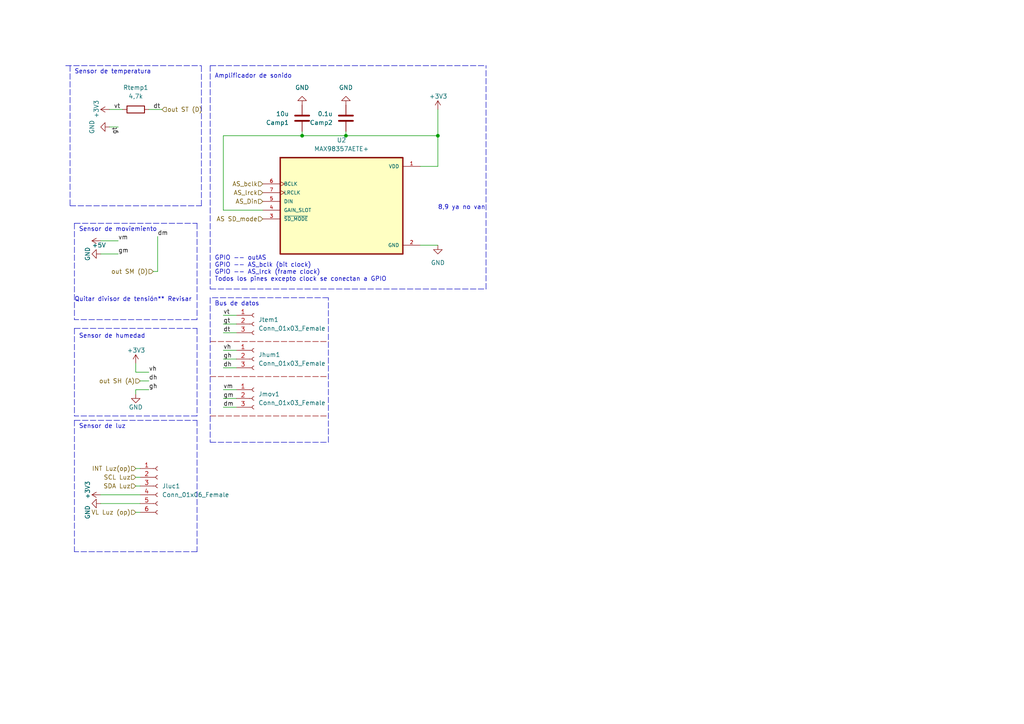
<source format=kicad_sch>
(kicad_sch (version 20211123) (generator eeschema)
  (paper "A4")
  (lib_symbols
    (symbol "Connector:Conn_01x03_Female" (pin_names (offset 1.016) hide)
      (property "Reference" "J" (at 0 5.08 0))
      (property "Value" "Conn_01x03_Female" (at 0 -5.08 0))
      (symbol "Conn_01x03_Female_1_1"
        (arc (start 0 -2.032) (mid -0.508 -2.54) (end 0 -3.048) (stroke (width 0.1524)))
        (polyline (pts (xy -1.27 -2.54) (xy -0.508 -2.54)) (stroke (width 0.1524)))
        (polyline (pts (xy -1.27 0) (xy -0.508 0)) (stroke (width 0.1524)))
        (polyline (pts (xy -1.27 2.54) (xy -0.508 2.54)) (stroke (width 0.1524)))
        (arc (start 0 0.508) (mid -0.508 0) (end 0 -0.508) (stroke (width 0.1524)))
        (arc (start 0 3.048) (mid -0.508 2.54) (end 0 2.032) (stroke (width 0.1524)))
        (pin passive line (at -5.08 2.54 0) (length 3.81) (name "Pin_1") (number "1"))
        (pin passive line (at -5.08 0 0) (length 3.81) (name "Pin_2") (number "2"))
        (pin passive line (at -5.08 -2.54 0) (length 3.81) (name "Pin_3") (number "3"))
      )
    )
    (symbol "Connector:Conn_01x06_Female" (pin_names (offset 1.016) hide)
      (property "Reference" "J" (at 0 7.62 0))
      (property "Value" "Conn_01x06_Female" (at 0 -10.16 0))
      (symbol "Conn_01x06_Female_1_1"
        (arc (start 0 -7.112) (mid -0.508 -7.62) (end 0 -8.128) (stroke (width 0.1524)))
        (arc (start 0 -4.572) (mid -0.508 -5.08) (end 0 -5.588) (stroke (width 0.1524)))
        (arc (start 0 -2.032) (mid -0.508 -2.54) (end 0 -3.048) (stroke (width 0.1524)))
        (polyline (pts (xy -1.27 -7.62) (xy -0.508 -7.62)) (stroke (width 0.1524)))
        (polyline (pts (xy -1.27 -5.08) (xy -0.508 -5.08)) (stroke (width 0.1524)))
        (polyline (pts (xy -1.27 -2.54) (xy -0.508 -2.54)) (stroke (width 0.1524)))
        (polyline (pts (xy -1.27 0) (xy -0.508 0)) (stroke (width 0.1524)))
        (polyline (pts (xy -1.27 2.54) (xy -0.508 2.54)) (stroke (width 0.1524)))
        (polyline (pts (xy -1.27 5.08) (xy -0.508 5.08)) (stroke (width 0.1524)))
        (arc (start 0 0.508) (mid -0.508 0) (end 0 -0.508) (stroke (width 0.1524)))
        (arc (start 0 3.048) (mid -0.508 2.54) (end 0 2.032) (stroke (width 0.1524)))
        (arc (start 0 5.588) (mid -0.508 5.08) (end 0 4.572) (stroke (width 0.1524)))
        (pin passive line (at -5.08 5.08 0) (length 3.81) (name "Pin_1") (number "1"))
        (pin passive line (at -5.08 2.54 0) (length 3.81) (name "Pin_2") (number "2"))
        (pin passive line (at -5.08 0 0) (length 3.81) (name "Pin_3") (number "3"))
        (pin passive line (at -5.08 -2.54 0) (length 3.81) (name "Pin_4") (number "4"))
        (pin passive line (at -5.08 -5.08 0) (length 3.81) (name "Pin_5") (number "5"))
        (pin passive line (at -5.08 -7.62 0) (length 3.81) (name "Pin_6") (number "6"))
      )
    )
    (symbol "Device:C" (pin_numbers hide) (pin_names (offset 0.254))
      (property "Reference" "C" (at 0.635 2.54 0))
      (property "Value" "C" (at 0.635 -2.54 0))
      (symbol "C_0_1"
        (polyline (pts (xy -2.032 -0.762) (xy 2.032 -0.762)) (stroke (width 0.508)))
        (polyline (pts (xy -2.032 0.762) (xy 2.032 0.762)) (stroke (width 0.508)))
      )
      (symbol "C_1_1"
        (pin passive line (at 0 3.81 270) (length 2.794) (name "~") (number "1"))
        (pin passive line (at 0 -3.81 90) (length 2.794) (name "~") (number "2"))
      )
    )
    (symbol "Device:R" (pin_numbers hide) (pin_names (offset 0))
      (property "Reference" "R" (at 2.032 0 90))
      (property "Value" "R" (at 0 0 90))
      (symbol "R_0_1"
        (rectangle (start -1.016 -2.54) (end 1.016 2.54) (stroke (width 0.254)))
      )
      (symbol "R_1_1"
        (pin passive line (at 0 3.81 270) (length 1.27) (name "~") (number "1"))
        (pin passive line (at 0 -3.81 90) (length 1.27) (name "~") (number "2"))
      )
    )
    (symbol "MAX98357AETE_:MAX98357AETE+" (pin_names (offset 1.016))
      (property "Reference" "U2" (at 0 17.78 0))
      (property "Value" "MAX98357AETE+" (at 0 15.24 0))
      (symbol "MAX98357AETE+_0_0"
        (rectangle (start -17.78 -15.24) (end 17.78 12.7) (stroke (width 0.4064)) (fill (type background)))
        (pin power_in line (at 22.86 10.16 180) (length 5.08) (name "VDD") (number "1"))
        (pin power_in line (at 22.86 -12.7 180) (length 5.08) (name "GND") (number "2"))
        (pin input line (at -22.86 -5.08 0) (length 5.08) (name "~{SD_MODE}") (number "3"))
        (pin input line (at -22.86 -2.54 0) (length 5.08) (name "GAIN_SLOT") (number "4"))
        (pin input line (at -22.86 0 0) (length 5.08) (name "DIN") (number "5"))
        (pin input clock (at -22.86 5.08 0) (length 5.08) (name "BCLK") (number "6"))
        (pin input clock (at -22.86 2.54 0) (length 5.08) (name "LRCLK") (number "7"))
      )
    )
    (symbol "power:+3.3V" (power) (pin_names (offset 0))
      (property "Value" "+3.3V" (at 0 3.556 0))
      (symbol "+3.3V_0_1"
        (polyline (pts (xy -0.762 1.27) (xy 0 2.54)))
        (polyline (pts (xy 0 0) (xy 0 2.54)))
        (polyline (pts (xy 0 2.54) (xy 0.762 1.27)))
      )
      (symbol "+3.3V_1_1"
        (pin power_in line (at 0 0 90) (length 0) hide (name "+3V3") (number "1"))
      )
    )
    (symbol "power:+5V" (power) (pin_names (offset 0))
      (property "Value" "+5V" (at 0 3.556 0))
      (symbol "+5V_0_1"
        (polyline (pts (xy -0.762 1.27) (xy 0 2.54)))
        (polyline (pts (xy 0 0) (xy 0 2.54)))
        (polyline (pts (xy 0 2.54) (xy 0.762 1.27)))
      )
      (symbol "+5V_1_1"
        (pin power_in line (at 0 0 90) (length 0) hide (name "+5V") (number "1"))
      )
    )
    (symbol "power:GND" (power) (pin_names (offset 0))
      (property "Value" "GND" (at 0 -3.81 0))
      (symbol "GND_0_1"
        (polyline (pts (xy 0 0) (xy 0 -1.27) (xy 1.27 -1.27) (xy 0 -2.54) (xy -1.27 -1.27) (xy 0 -1.27)))
      )
      (symbol "GND_1_1"
        (pin power_in line (at 0 0 270) (length 0) hide (name "GND") (number "1"))
      )
    )
  )
  (junction (at 100.33 39.37))
  (junction (at 87.63 39.37))
  (junction (at 127 39.37))
  (wire (pts (xy 31.75 31.75) (xy 35.56 31.75)))
  (wire (pts (xy 34.29 36.83) (xy 31.75 36.83)))
  (polyline (pts (xy 57.15 121.92) (xy 57.15 160.02)))
  (wire (pts (xy 29.21 73.66) (xy 34.29 73.66)))
  (polyline (pts (xy 58.42 59.69) (xy 58.42 19.05)))
  (wire (pts (xy 127 31.75) (xy 127 39.37)))
  (polyline (pts (xy 21.59 121.92) (xy 21.59 160.02)))
  (polyline (pts (xy 21.59 121.92) (xy 57.15 121.92)))
  (polyline (pts (xy 60.96 19.05) (xy 140.97 19.05)))
  (wire (pts (xy 127 48.26) (xy 127 39.37)))
  (wire (pts (xy 64.77 96.52) (xy 68.58 96.52)))
  (wire (pts (xy 87.63 38.1) (xy 87.63 39.37)))
  (wire (pts (xy 121.92 48.26) (xy 127 48.26)))
  (wire (pts (xy 64.77 93.98) (xy 68.58 93.98)))
  (wire (pts (xy 64.77 91.44) (xy 68.58 91.44)))
  (polyline (pts (xy 60.96 19.05) (xy 60.96 83.82)))
  (wire (pts (xy 39.37 135.89) (xy 40.64 135.89)))
  (wire (pts (xy 127 71.12) (xy 121.92 71.12)))
  (polyline (pts (xy 95.25 128.27) (xy 95.25 86.36)))
  (wire (pts (xy 64.77 101.6) (xy 68.58 101.6)))
  (polyline (pts (xy 140.97 83.82) (xy 140.97 19.05)))
  (polyline (pts (xy 60.96 109.22) (xy 95.25 109.22)) (stroke (width 0) (color 145 0 0 1)))
  (wire (pts (xy 29.21 69.85) (xy 34.29 69.85)))
  (polyline (pts (xy 21.59 95.25) (xy 57.15 95.25)))
  (polyline (pts (xy 20.32 19.05) (xy 20.32 59.69)))
  (polyline (pts (xy 21.59 95.25) (xy 21.59 120.65)))
  (polyline (pts (xy 57.15 92.71) (xy 21.59 92.71)))
  (wire (pts (xy 39.37 113.03) (xy 39.37 114.3)))
  (polyline (pts (xy 60.96 86.36) (xy 60.96 128.27)))
  (wire (pts (xy 29.21 143.51) (xy 40.64 143.51)))
  (polyline (pts (xy 20.32 59.69) (xy 58.42 59.69)))
  (wire (pts (xy 64.77 39.37) (xy 87.63 39.37)))
  (polyline (pts (xy 60.96 99.06) (xy 95.25 99.06)) (stroke (width 0) (color 145 0 0 1)))
  (wire (pts (xy 44.45 78.74) (xy 45.72 78.74)))
  (polyline (pts (xy 57.15 64.77) (xy 57.15 92.71)))
  (polyline (pts (xy 57.15 95.25) (xy 57.15 120.65)))
  (wire (pts (xy 43.18 31.75) (xy 46.99 31.75)))
  (wire (pts (xy 87.63 39.37) (xy 100.33 39.37)))
  (wire (pts (xy 64.77 113.03) (xy 68.58 113.03)))
  (polyline (pts (xy 60.96 120.65) (xy 95.25 120.65)) (stroke (width 0) (color 145 0 0 1)))
  (wire (pts (xy 39.37 138.43) (xy 40.64 138.43)))
  (polyline (pts (xy 60.96 128.27) (xy 95.25 128.27)))
  (wire (pts (xy 43.18 107.95) (xy 39.37 107.95)))
  (wire (pts (xy 64.77 106.68) (xy 68.58 106.68)))
  (polyline (pts (xy 57.15 120.65) (xy 21.59 120.65)))
  (polyline (pts (xy 57.15 160.02) (xy 21.59 160.02)))
  (wire (pts (xy 43.18 113.03) (xy 39.37 113.03)))
  (wire (pts (xy 39.37 148.59) (xy 40.64 148.59)))
  (wire (pts (xy 39.37 107.95) (xy 39.37 105.41)))
  (wire (pts (xy 64.77 118.11) (xy 68.58 118.11)))
  (polyline (pts (xy 95.25 86.36) (xy 60.96 86.36)))
  (wire (pts (xy 64.77 60.96) (xy 64.77 39.37)))
  (wire (pts (xy 100.33 38.1) (xy 100.33 39.37)))
  (wire (pts (xy 64.77 104.14) (xy 68.58 104.14)))
  (wire (pts (xy 29.21 146.05) (xy 40.64 146.05)))
  (wire (pts (xy 39.37 140.97) (xy 40.64 140.97)))
  (polyline (pts (xy 21.59 64.77) (xy 21.59 92.71)))
  (polyline (pts (xy 60.96 83.82) (xy 140.97 83.82)))
  (wire (pts (xy 64.77 115.57) (xy 68.58 115.57)))
  (wire (pts (xy 40.64 110.49) (xy 43.18 110.49)))
  (wire (pts (xy 45.72 68.58) (xy 45.72 78.74)))
  (wire (pts (xy 76.2 60.96) (xy 64.77 60.96)))
  (polyline (pts (xy 21.59 64.77) (xy 57.15 64.77)))
  (wire (pts (xy 100.33 39.37) (xy 127 39.37)))
  (polyline (pts (xy 19.05 19.05) (xy 58.42 19.05)))
  (text "Sensor de luz" (at 22.86 124.46 0) (effects (font (size 1.27 1.27)) (justify left bottom)))
  (text "Bus de datos" (at 62.23 88.9 0) (effects (font (size 1.27 1.27)) (justify left bottom)))
  (text "Sensor de temperatura\n" (at 21.59 21.59 0) (effects (font (size 1.27 1.27)) (justify left bottom)))
  (text "GPIO -- outAS\nGPIO -- AS_bclk (bit clock)\nGPIO -- AS_lrck (frame clock)\nTodos los pines excepto clock se conectan a GPIO \n\n" (at 62.23 83.82 0) (effects (font (size 1.27 1.27)) (justify left bottom)))
  (text "Sensor de moviemiento\n" (at 22.86 67.31 0) (effects (font (size 1.27 1.27)) (justify left bottom)))
  (text "8,9 ya no van\n" (at 127 60.96 0) (effects (font (size 1.27 1.27)) (justify left bottom)))
  (text "Amplificador de sonido\n" (at 62.23 22.86 0) (effects (font (size 1.27 1.27)) (justify left bottom)))
  (text "Sensor de humedad\n\n" (at 22.86 100.33 0) (effects (font (size 1.27 1.27)) (justify left bottom)))
  (text "Quitar divisor de tensión** Revisar\n" (at 21.59 87.63 0) (effects (font (size 1.27 1.27)) (justify left bottom)))
  (label "dm" (at 45.72 68.58 0))
  (label "gm" (at 34.29 73.66 0))
  (label "dm" (at 64.77 118.11 0))
  (label "vm" (at 34.29 69.85 0))
  (label "vh" (at 43.18 107.95 0))
  (label "vh" (at 64.77 101.6 0))
  (label "vt" (at 33.02 31.75 0))
  (label "gh" (at 43.18 113.03 0))
  (label "gt" (at 64.77 93.98 0))
  (label "gm" (at 64.77 115.57 0))
  (label "dh" (at 43.18 110.49 0))
  (label "dt" (at 44.45 31.75 0))
  (label "vt" (at 64.77 91.44 0))
  (label "dt" (at 64.77 96.52 0))
  (label "gt" (at 34.29 36.83 270))
  (label "dh" (at 64.77 106.68 0))
  (label "gh" (at 64.77 104.14 0))
  (label "vm" (at 64.77 113.03 0))
  (hierarchical_label "SDA Luz" (shape input) (at 39.37 140.97 180))
  (hierarchical_label "AS SD_mode" (shape input) (at 76.2 63.5 180))
  (hierarchical_label "out ST (D)" (shape input) (at 46.99 31.75 0))
  (hierarchical_label "out SM (D)" (shape input) (at 44.45 78.74 180))
  (hierarchical_label "AS_Din" (shape input) (at 76.2 58.42 180))
  (hierarchical_label "AS_lrck" (shape input) (at 76.2 55.88 180))
  (hierarchical_label "AS_bclk" (shape input) (at 76.2 53.34 180))
  (hierarchical_label "SCL Luz" (shape input) (at 39.37 138.43 180))
  (hierarchical_label "INT Luz(op)" (shape input) (at 39.37 135.89 180))
  (hierarchical_label "out SH (A)" (shape input) (at 40.64 110.49 180))
  (hierarchical_label "VL Luz (op)" (shape input) (at 39.37 148.59 180))
  (symbol (lib_id "MAX98357AETE_:MAX98357AETE+") (at 99.06 58.42 0) (unit 1)
    (property "Reference" "U2" (at 99.06 40.64 0))
    (property "Value" "MAX98357AETE+" (at 99.06 43.18 0))
    (property "Footprint" "MAX9835_Editado:MAX98357A_ModuloEditado" (effects hide))
    (property "Datasheet" "https://datasheets.maximintegrated.com/en/ds/MAX98357A-MAX98357B.pdf" (effects hide))
    (property "PRICE" "None" (effects hide))
    (property "DESCRIPTION" "Audio Amp Speaker 1-CH Mono Class-D 16-Pin TQFN EP" (effects hide))
    (property "STANDARD" "IPC7351B" (effects hide))
    (property "MP" "MAX98357AETE+" (effects hide))
    (property "PACKAGE" "TQFN-16 Maxim Integrated" (effects hide))
    (property "MANUFACTURER" "Maxim Integrated" (effects hide))
  )
  (symbol (lib_id "Device:R") (at 39.37 31.75 90) (unit 1)
    (property "Reference" "Rtemp1" (at 39.37 25.4 90))
    (property "Value" "4,7k" (at 39.37 27.94 90))
    (property "Footprint" "Resistor_SMD:R_0805_2012Metric_Pad1.20x1.40mm_HandSolder" (effects hide))
  )
  (symbol (lib_id "power:GND") (at 39.37 114.3 0) (unit 1)
    (property "Reference" "#PWR0127" (effects hide))
    (property "Value" "GND" (at 39.37 118.11 0))
  )
  (symbol (lib_id "Device:C") (at 87.63 34.29 180) (unit 1)
    (property "Reference" "Camp1" (at 83.82 35.5601 0) (effects (justify left)))
    (property "Value" "10u" (at 83.82 33.0201 0) (effects (justify left)))
    (property "Footprint" "Capacitor_SMD:C_0805_2012Metric_Pad1.18x1.45mm_HandSolder" (effects hide))
  )
  (symbol (lib_id "power:GND") (at 127 71.12 0) (unit 1)
    (property "Reference" "#PWR0122" (effects hide))
    (property "Value" "GND" (at 127 76.2 0))
  )
  (symbol (lib_id "power:+5V") (at 29.21 69.85 90) (unit 1)
    (property "Reference" "#PWR0109" (effects hide))
    (property "Value" "+5V" (at 26.67 71.12 90) (effects (justify right)))
  )
  (symbol (lib_id "Connector:Conn_01x03_Female") (at 73.66 93.98 0) (unit 1)
    (property "Reference" "Jtem1" (at 74.93 92.7099 0) (effects (justify left)))
    (property "Value" "Conn_01x03_Female" (at 74.93 95.2499 0) (effects (justify left)))
    (property "Footprint" "Connector_Molex:Molex_KK-396_A-41791-0003_1x03_P3.96mm_Vertical" (effects hide))
  )
  (symbol (lib_id "Device:C") (at 100.33 34.29 180) (unit 1)
    (property "Reference" "Camp2" (at 96.52 35.5601 0) (effects (justify left)))
    (property "Value" "0.1u" (at 96.52 33.0201 0) (effects (justify left)))
    (property "Footprint" "Capacitor_SMD:C_0805_2012Metric_Pad1.18x1.45mm_HandSolder" (effects hide))
  )
  (symbol (lib_id "Connector:Conn_01x06_Female") (at 45.72 140.97 0) (unit 1)
    (property "Reference" "Jluc1" (at 46.99 140.9699 0) (effects (justify left)))
    (property "Value" "Conn_01x06_Female" (at 46.99 143.5099 0) (effects (justify left)))
    (property "Footprint" "Connector_Molex:Molex_KK-396_A-41791-0006_1x06_P3.96mm_Vertical" (effects hide))
  )
  (symbol (lib_id "power:GND") (at 31.75 36.83 270) (unit 1)
    (property "Reference" "#PWR0108" (effects hide))
    (property "Value" "GND" (at 26.67 36.83 0))
  )
  (symbol (lib_id "power:+3.3V") (at 31.75 31.75 90) (unit 1)
    (property "Reference" "#PWR0121" (effects hide))
    (property "Value" "+3.3V" (at 27.94 34.29 0) (effects (justify left)))
  )
  (symbol (lib_id "power:+3.3V") (at 29.21 143.51 90) (unit 1)
    (property "Reference" "#PWR0123" (effects hide))
    (property "Value" "+3.3V" (at 25.4 144.78 0) (effects (justify left)))
  )
  (symbol (lib_id "power:+3.3V") (at 127 31.75 0) (unit 1)
    (property "Reference" "#PWR0140" (effects hide))
    (property "Value" "+3.3V" (at 124.46 27.94 0) (effects (justify left)))
  )
  (symbol (lib_id "power:GND") (at 87.63 30.48 180) (unit 1)
    (property "Reference" "#PWR0119" (effects hide))
    (property "Value" "GND" (at 87.63 25.4 0))
  )
  (symbol (lib_id "power:GND") (at 29.21 73.66 270) (unit 1)
    (property "Reference" "#PWR0126" (effects hide))
    (property "Value" "GND" (at 25.4 73.66 0))
  )
  (symbol (lib_id "power:GND") (at 100.33 30.48 180) (unit 1)
    (property "Reference" "#PWR0120" (effects hide))
    (property "Value" "GND" (at 100.33 25.4 0))
  )
  (symbol (lib_id "power:+3.3V") (at 39.37 105.41 0) (unit 1)
    (property "Reference" "#PWR0125" (effects hide))
    (property "Value" "+3.3V" (at 36.83 101.6 0) (effects (justify left)))
  )
  (symbol (lib_id "Connector:Conn_01x03_Female") (at 73.66 104.14 0) (unit 1)
    (property "Reference" "Jhum1" (at 74.93 102.8699 0) (effects (justify left)))
    (property "Value" "Conn_01x03_Female" (at 74.93 105.4099 0) (effects (justify left)))
    (property "Footprint" "Connector_Molex:Molex_KK-396_A-41791-0003_1x03_P3.96mm_Vertical" (effects hide))
  )
  (symbol (lib_id "power:GND") (at 29.21 146.05 270) (unit 1)
    (property "Reference" "#PWR0124" (effects hide))
    (property "Value" "GND" (at 25.4 148.59 0))
  )
  (symbol (lib_id "Connector:Conn_01x03_Female") (at 73.66 115.57 0) (unit 1)
    (property "Reference" "Jmov1" (at 74.93 114.2999 0) (effects (justify left)))
    (property "Value" "Conn_01x03_Female" (at 74.93 116.8399 0) (effects (justify left)))
    (property "Footprint" "Connector_Molex:Molex_KK-396_A-41791-0003_1x03_P3.96mm_Vertical" (effects hide))
  )
)
</source>
